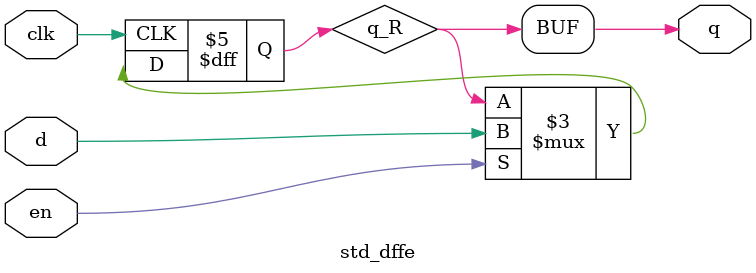
<source format=v>

module std_dffe #(
    parameter   DFF_WIDTH       = 1
) (
    input   wire                        clk,
    input   wire                        en,

    input   wire [DFF_WIDTH - 1:0]      d,
    output  wire [DFF_WIDTH - 1:0]      q
);

    reg  [DFF_WIDTH - 1:0]  q_R;

    always @(posedge clk) begin
        
        if (en) begin
            q_R <= d;
        end
        else begin
            q_R <= q_R;
        end
    end

    assign q = q_R;
    
endmodule

</source>
